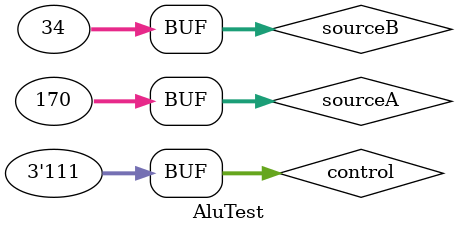
<source format=sv>
`timescale 1ns / 1ps


module AluTest();

reg [31:0] sourceA;
reg [31:0] sourceB;
reg [2:0] control;
wire [31:0] result;
wire zero;

alu aluTested(sourceA, sourceB, control, result, zero);

initial
begin
control = 3'b000; sourceA = 32'h000000AA; sourceB = 32'h00000022; 
#100
control = 3'b001;
#100
control = 3'b010; 
#100
control = 3'b011; 
#100
control = 3'b100; 
#100
control = 3'b101; 
#100
control = 3'b110; 
#100
control = 3'b111; 
end

endmodule

</source>
